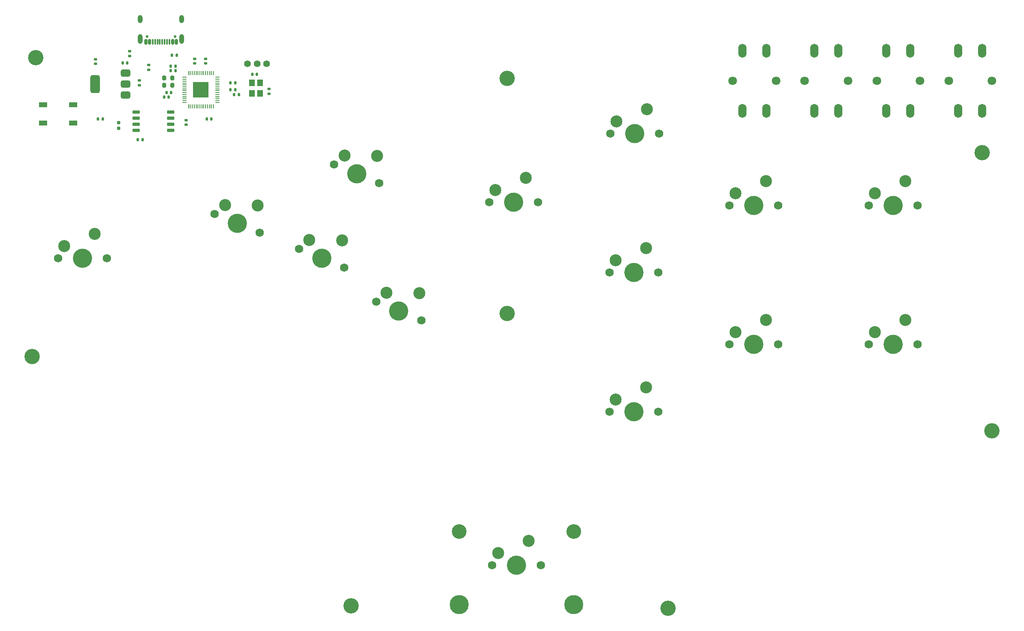
<source format=gbr>
%TF.GenerationSoftware,KiCad,Pcbnew,8.0.4*%
%TF.CreationDate,2024-07-22T23:57:25-07:00*%
%TF.ProjectId,leverless_controlller,6c657665-726c-4657-9373-5f636f6e7472,rev?*%
%TF.SameCoordinates,Original*%
%TF.FileFunction,Soldermask,Top*%
%TF.FilePolarity,Negative*%
%FSLAX46Y46*%
G04 Gerber Fmt 4.6, Leading zero omitted, Abs format (unit mm)*
G04 Created by KiCad (PCBNEW 8.0.4) date 2024-07-22 23:57:25*
%MOMM*%
%LPD*%
G01*
G04 APERTURE LIST*
G04 Aperture macros list*
%AMRoundRect*
0 Rectangle with rounded corners*
0 $1 Rounding radius*
0 $2 $3 $4 $5 $6 $7 $8 $9 X,Y pos of 4 corners*
0 Add a 4 corners polygon primitive as box body*
4,1,4,$2,$3,$4,$5,$6,$7,$8,$9,$2,$3,0*
0 Add four circle primitives for the rounded corners*
1,1,$1+$1,$2,$3*
1,1,$1+$1,$4,$5*
1,1,$1+$1,$6,$7*
1,1,$1+$1,$8,$9*
0 Add four rect primitives between the rounded corners*
20,1,$1+$1,$2,$3,$4,$5,0*
20,1,$1+$1,$4,$5,$6,$7,0*
20,1,$1+$1,$6,$7,$8,$9,0*
20,1,$1+$1,$8,$9,$2,$3,0*%
G04 Aperture macros list end*
%ADD10RoundRect,0.140000X-0.140000X-0.170000X0.140000X-0.170000X0.140000X0.170000X-0.140000X0.170000X0*%
%ADD11C,1.750000*%
%ADD12C,4.000000*%
%ADD13C,2.500000*%
%ADD14R,1.200000X1.400000*%
%ADD15RoundRect,0.140000X0.140000X0.170000X-0.140000X0.170000X-0.140000X-0.170000X0.140000X-0.170000X0*%
%ADD16C,1.800000*%
%ADD17O,1.700000X2.900000*%
%ADD18R,1.700000X1.000000*%
%ADD19C,3.200000*%
%ADD20RoundRect,0.135000X0.135000X0.185000X-0.135000X0.185000X-0.135000X-0.185000X0.135000X-0.185000X0*%
%ADD21RoundRect,0.140000X0.170000X-0.140000X0.170000X0.140000X-0.170000X0.140000X-0.170000X-0.140000X0*%
%ADD22RoundRect,0.135000X-0.135000X-0.185000X0.135000X-0.185000X0.135000X0.185000X-0.135000X0.185000X0*%
%ADD23RoundRect,0.135000X-0.185000X0.135000X-0.185000X-0.135000X0.185000X-0.135000X0.185000X0.135000X0*%
%ADD24RoundRect,0.375000X0.625000X0.375000X-0.625000X0.375000X-0.625000X-0.375000X0.625000X-0.375000X0*%
%ADD25RoundRect,0.500000X0.500000X1.400000X-0.500000X1.400000X-0.500000X-1.400000X0.500000X-1.400000X0*%
%ADD26C,1.400000*%
%ADD27RoundRect,0.140000X-0.170000X0.140000X-0.170000X-0.140000X0.170000X-0.140000X0.170000X0.140000X0*%
%ADD28RoundRect,0.200000X-0.200000X-0.275000X0.200000X-0.275000X0.200000X0.275000X-0.200000X0.275000X0*%
%ADD29RoundRect,0.160000X-0.160000X0.197500X-0.160000X-0.197500X0.160000X-0.197500X0.160000X0.197500X0*%
%ADD30RoundRect,0.050000X0.050000X-0.387500X0.050000X0.387500X-0.050000X0.387500X-0.050000X-0.387500X0*%
%ADD31RoundRect,0.050000X0.387500X-0.050000X0.387500X0.050000X-0.387500X0.050000X-0.387500X-0.050000X0*%
%ADD32R,3.200000X3.200000*%
%ADD33C,0.600000*%
%ADD34RoundRect,0.150000X0.150000X0.420000X-0.150000X0.420000X-0.150000X-0.420000X0.150000X-0.420000X0*%
%ADD35RoundRect,0.075000X0.075000X0.495000X-0.075000X0.495000X-0.075000X-0.495000X0.075000X-0.495000X0*%
%ADD36O,1.000000X2.000000*%
%ADD37O,1.000000X1.700000*%
%ADD38C,3.987800*%
%ADD39C,3.048000*%
%ADD40RoundRect,0.150000X0.650000X0.150000X-0.650000X0.150000X-0.650000X-0.150000X0.650000X-0.150000X0*%
G04 APERTURE END LIST*
D10*
%TO.C,C1*%
X68361000Y-31252000D03*
X69321000Y-31252000D03*
%TD*%
D11*
%TO.C,SW9_HK1*%
X223823943Y-90000000D03*
D12*
X228903943Y-90000000D03*
D11*
X233983943Y-90000000D03*
D13*
X225093943Y-87460000D03*
X231443943Y-84920000D03*
%TD*%
D14*
%TO.C,Y1*%
X96996000Y-37630000D03*
X96996000Y-35430000D03*
X95296000Y-35430000D03*
X95296000Y-37630000D03*
%TD*%
D15*
%TO.C,C9*%
X77978750Y-38430000D03*
X77018750Y-38430000D03*
%TD*%
%TO.C,C7*%
X79360000Y-31930000D03*
X78400000Y-31930000D03*
%TD*%
D16*
%TO.C,SW11_START1*%
X195500000Y-35000000D03*
X204500000Y-35000000D03*
D17*
X197500000Y-41250000D03*
X197500000Y-28750000D03*
X202500000Y-41250000D03*
X202500000Y-28750000D03*
%TD*%
D10*
%TO.C,C8*%
X90840000Y-35430000D03*
X91800000Y-35430000D03*
%TD*%
D18*
%TO.C,SW1*%
X51755000Y-40030000D03*
X58055000Y-40030000D03*
X51755000Y-43830000D03*
X58055000Y-43830000D03*
%TD*%
D19*
%TO.C,H6*%
X247500000Y-50000000D03*
%TD*%
D20*
%TO.C,R4*%
X92590000Y-37856000D03*
X91570000Y-37856000D03*
%TD*%
D21*
%TO.C,C15*%
X85630000Y-31390000D03*
X85630000Y-30430000D03*
%TD*%
D22*
%TO.C,R5*%
X63251000Y-42936000D03*
X64271000Y-42936000D03*
%TD*%
D23*
%TO.C,R2*%
X73822000Y-31668000D03*
X73822000Y-32688000D03*
%TD*%
D11*
%TO.C,SW20_RIGHT1*%
X121210635Y-81055968D03*
D12*
X125903943Y-83000000D03*
D11*
X130597251Y-84944032D03*
D13*
X123355978Y-79195322D03*
X130194629Y-79278708D03*
%TD*%
D11*
%TO.C,SW18_DOWN1*%
X105141464Y-70070330D03*
D12*
X109834772Y-72014362D03*
D11*
X114528080Y-73958394D03*
D13*
X107286807Y-68209684D03*
X114125458Y-68293070D03*
%TD*%
D19*
%TO.C,H4*%
X182000000Y-145000000D03*
%TD*%
D24*
%TO.C,U2*%
X68972000Y-37978000D03*
X68972000Y-35678000D03*
D25*
X62672000Y-35678000D03*
D24*
X68972000Y-33378000D03*
%TD*%
D26*
%TO.C,J2*%
X98380000Y-31430000D03*
X96380000Y-31430000D03*
X94380000Y-31430000D03*
%TD*%
D11*
%TO.C,SW17_W1*%
X112431583Y-52470425D03*
D12*
X117124891Y-54414457D03*
D11*
X121818199Y-56358489D03*
D13*
X114576926Y-50609779D03*
X121415577Y-50693165D03*
%TD*%
D21*
%TO.C,C16*%
X83380000Y-31410000D03*
X83380000Y-30450000D03*
%TD*%
D11*
%TO.C,SW3_MK1*%
X194823943Y-90000000D03*
D12*
X199903943Y-90000000D03*
D11*
X204983943Y-90000000D03*
D13*
X196093943Y-87460000D03*
X202443943Y-84920000D03*
%TD*%
D19*
%TO.C,H1*%
X50300000Y-30200000D03*
%TD*%
D15*
%TO.C,C10*%
X78478750Y-37430000D03*
X77518750Y-37430000D03*
%TD*%
D21*
%TO.C,C2*%
X62745000Y-31478000D03*
X62745000Y-30518000D03*
%TD*%
D15*
%TO.C,C6*%
X79360000Y-32930000D03*
X78400000Y-32930000D03*
%TD*%
D27*
%TO.C,C12*%
X81630000Y-43200000D03*
X81630000Y-44160000D03*
%TD*%
D19*
%TO.C,H2*%
X49500000Y-92500000D03*
%TD*%
D11*
%TO.C,SW2_LK1*%
X169823943Y-104000000D03*
D12*
X174903943Y-104000000D03*
D11*
X179983943Y-104000000D03*
D13*
X171093943Y-101460000D03*
X177443943Y-98920000D03*
%TD*%
D11*
%TO.C,SW8_DP1*%
X54920000Y-71991696D03*
D12*
X60000000Y-71991696D03*
D11*
X65080000Y-71991696D03*
D13*
X56190000Y-69451696D03*
X62540000Y-66911696D03*
%TD*%
%TO.C,SW12_THROW1*%
X152420000Y-55250000D03*
X146070000Y-57790000D03*
D11*
X154960000Y-60330000D03*
D12*
X149880000Y-60330000D03*
D11*
X144800000Y-60330000D03*
%TD*%
D27*
%TO.C,C3*%
X98852000Y-36728000D03*
X98852000Y-37688000D03*
%TD*%
D28*
%TO.C,R7*%
X77055000Y-34430000D03*
X78705000Y-34430000D03*
%TD*%
D19*
%TO.C,H3*%
X148500000Y-34500000D03*
%TD*%
D29*
%TO.C,R6*%
X67571000Y-43735500D03*
X67571000Y-44930500D03*
%TD*%
D10*
%TO.C,C5*%
X71536000Y-47254000D03*
X72496000Y-47254000D03*
%TD*%
D19*
%TO.C,H8*%
X116000000Y-144500000D03*
%TD*%
D10*
%TO.C,C13*%
X85900000Y-42930000D03*
X86860000Y-42930000D03*
%TD*%
D30*
%TO.C,U1*%
X82078000Y-40315500D03*
X82478000Y-40315500D03*
X82878000Y-40315500D03*
X83278000Y-40315500D03*
X83678000Y-40315500D03*
X84078000Y-40315500D03*
X84478000Y-40315500D03*
X84878000Y-40315500D03*
X85278000Y-40315500D03*
X85678000Y-40315500D03*
X86078000Y-40315500D03*
X86478000Y-40315500D03*
X86878000Y-40315500D03*
X87278000Y-40315500D03*
D31*
X88115500Y-39478000D03*
X88115500Y-39078000D03*
X88115500Y-38678000D03*
X88115500Y-38278000D03*
X88115500Y-37878000D03*
X88115500Y-37478000D03*
X88115500Y-37078000D03*
X88115500Y-36678000D03*
X88115500Y-36278000D03*
X88115500Y-35878000D03*
X88115500Y-35478000D03*
X88115500Y-35078000D03*
X88115500Y-34678000D03*
X88115500Y-34278000D03*
D30*
X87278000Y-33440500D03*
X86878000Y-33440500D03*
X86478000Y-33440500D03*
X86078000Y-33440500D03*
X85678000Y-33440500D03*
X85278000Y-33440500D03*
X84878000Y-33440500D03*
X84478000Y-33440500D03*
X84078000Y-33440500D03*
X83678000Y-33440500D03*
X83278000Y-33440500D03*
X82878000Y-33440500D03*
X82478000Y-33440500D03*
X82078000Y-33440500D03*
D31*
X81240500Y-34278000D03*
X81240500Y-34678000D03*
X81240500Y-35078000D03*
X81240500Y-35478000D03*
X81240500Y-35878000D03*
X81240500Y-36278000D03*
X81240500Y-36678000D03*
X81240500Y-37078000D03*
X81240500Y-37478000D03*
X81240500Y-37878000D03*
X81240500Y-38278000D03*
X81240500Y-38678000D03*
X81240500Y-39078000D03*
X81240500Y-39478000D03*
D32*
X84678000Y-36878000D03*
%TD*%
D33*
%TO.C,J1*%
X79270000Y-25795000D03*
X73490000Y-25795000D03*
D34*
X79580000Y-26865000D03*
X78780000Y-26865000D03*
D35*
X77630000Y-26865000D03*
X76630000Y-26865000D03*
X76130000Y-26865000D03*
X75130000Y-26865000D03*
D34*
X73980000Y-26865000D03*
X73180000Y-26865000D03*
X73180000Y-26865000D03*
X73980000Y-26865000D03*
D35*
X74630000Y-26865000D03*
X75630000Y-26865000D03*
X77130000Y-26865000D03*
X78130000Y-26865000D03*
D34*
X78780000Y-26865000D03*
X79580000Y-26865000D03*
D36*
X80700000Y-26295000D03*
D37*
X80700000Y-22100000D03*
D36*
X72060000Y-26295000D03*
D37*
X72060000Y-22100000D03*
%TD*%
D10*
%TO.C,C14*%
X90840000Y-36840000D03*
X91800000Y-36840000D03*
%TD*%
D11*
%TO.C,SW5_MP1*%
X194823943Y-61000000D03*
D12*
X199903943Y-61000000D03*
D11*
X204983943Y-61000000D03*
D13*
X196093943Y-58460000D03*
X202443943Y-55920000D03*
%TD*%
D11*
%TO.C,SW6_DI1*%
X170004257Y-46000561D03*
D12*
X175084257Y-46000561D03*
D11*
X180164257Y-46000561D03*
D13*
X171274257Y-43460561D03*
X177624257Y-40920561D03*
%TD*%
D38*
%TO.C,S1*%
X162342094Y-144210876D03*
D39*
X162342094Y-129000876D03*
D38*
X138466094Y-144210876D03*
D39*
X138466094Y-129000876D03*
%TD*%
D22*
%TO.C,R3*%
X78620000Y-29680000D03*
X79640000Y-29680000D03*
%TD*%
D11*
%TO.C,SW19_LEFT1*%
X87541559Y-62780211D03*
D12*
X92234867Y-64724243D03*
D11*
X96928175Y-66668275D03*
D13*
X89686902Y-60919565D03*
X96525553Y-61002951D03*
%TD*%
D28*
%TO.C,R8*%
X77055000Y-35930000D03*
X78705000Y-35930000D03*
%TD*%
D11*
%TO.C,SW4_LP1*%
X169823943Y-75000000D03*
D12*
X174903943Y-75000000D03*
D11*
X179983943Y-75000000D03*
D13*
X171093943Y-72460000D03*
X177443943Y-69920000D03*
%TD*%
D40*
%TO.C,U3*%
X78410000Y-45349000D03*
X78410000Y-44079000D03*
X78410000Y-42809000D03*
X78410000Y-41539000D03*
X71210000Y-41539000D03*
X71210000Y-42809000D03*
X71210000Y-44079000D03*
X71210000Y-45349000D03*
%TD*%
D11*
%TO.C,SW7_HP1*%
X223823943Y-61000000D03*
D12*
X228903943Y-61000000D03*
D11*
X233983943Y-61000000D03*
D13*
X225093943Y-58460000D03*
X231443943Y-55920000D03*
%TD*%
D19*
%TO.C,H5*%
X249500000Y-108000000D03*
%TD*%
D11*
%TO.C,SW16_SPACE1*%
X145324094Y-135985876D03*
D12*
X150404094Y-135985876D03*
D11*
X155484094Y-135985876D03*
D13*
X146594094Y-133445876D03*
X152944094Y-130905876D03*
%TD*%
D19*
%TO.C,H7*%
X148500000Y-83500000D03*
%TD*%
D16*
%TO.C,SW10_SHARE1*%
X210500000Y-35000000D03*
X219500000Y-35000000D03*
D17*
X212500000Y-41250000D03*
X212500000Y-28750000D03*
X217500000Y-41250000D03*
X217500000Y-28750000D03*
%TD*%
D21*
%TO.C,C11*%
X71880000Y-35910000D03*
X71880000Y-34950000D03*
%TD*%
D15*
%TO.C,C4*%
X96360000Y-33680000D03*
X95400000Y-33680000D03*
%TD*%
D16*
%TO.C,SW15_TOUCHPAD1*%
X240500000Y-35000000D03*
X249500000Y-35000000D03*
D17*
X242500000Y-41250000D03*
X242500000Y-28750000D03*
X247500000Y-41250000D03*
X247500000Y-28750000D03*
%TD*%
D23*
%TO.C,R1*%
X69857000Y-28837000D03*
X69857000Y-29857000D03*
%TD*%
D16*
%TO.C,SW14_PS1*%
X225500000Y-35000000D03*
X234500000Y-35000000D03*
D17*
X227500000Y-41250000D03*
X227500000Y-28750000D03*
X232500000Y-41250000D03*
X232500000Y-28750000D03*
%TD*%
M02*

</source>
